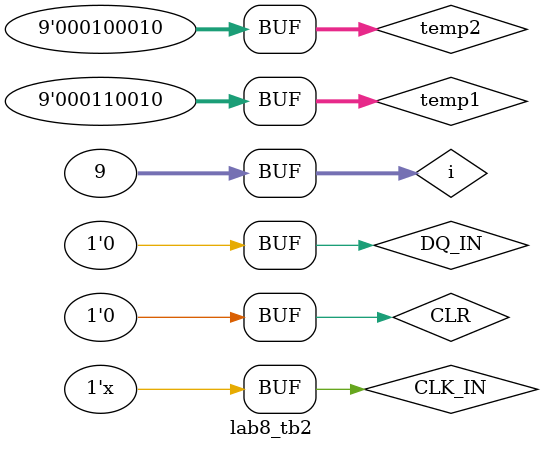
<source format=v>
`timescale 1us/100ps

module lab8_tb2;

	parameter CLK_PERIOD = 1000;  // 1000us = 1ms period = 1kHz freq

	// inputs
	reg CLR = 1'b0;
	reg DQ_IN;
	reg CLK_IN = 1'b1;
	wire [8:0] temp1 = 9'b000110010;  // 25*C with 0 LSB for .0 decimal
	wire [8:0] temp2 = 9'b000100010;  // 17*C with 0 LSB for .0 decimal

	// outputs
	wire CLK_OUT;
	wire RST;
	wire TRI_EN;
	wire DQ_OUT;
	wire [7:0] TEMP;
	integer i;  // for loop counter

	// CLK_IN
	always #((CLK_PERIOD / 2)) CLK_IN = ~CLK_IN;  // toggle CLK_IN every half period for 50% duty cycle

	// unit under test
	DS1620_INTERFACE UUT (
		.CLR(CLR), .CLK_IN(CLK_IN), .DQ_IN(DQ_IN),
		.CLK_OUT(CLK_OUT), .RST(RST), .TRI_EN(TRI_EN),
		.DQ_OUT(DQ_OUT), .TEMP(TEMP)
	);

	initial begin
		// set CLR to logic 1 for one clock cycle
		CLR = 1'b1;
		#(CLK_PERIOD);
		// drive CLR to logic 0
		CLR = 1'b0;
		// start of first 31 cycle waveform
		#(9*CLK_PERIOD);
		#(CLK_PERIOD / 2);  // align with falling edge
		for (i = 0; i < 9; i = i + 1) begin
			DQ_IN = temp1[i];  // set DQ_IN with bit of input temp
			#(CLK_PERIOD);     // delay one clock cycle until next read
		end
		#(CLK_PERIOD / 2);  // align with rising edge
		#(12*CLK_PERIOD);   // finish
		// start of second 31 cycle waveform
		#(9*CLK_PERIOD);
		#(CLK_PERIOD / 2);  // align with falling edge
		for (i = 0; i < 9; i = i + 1) begin
			DQ_IN = temp2[i];  // set DQ_IN with bit of input temp
			#(CLK_PERIOD);     // delay one clock cycle until next read
		end
		#(CLK_PERIOD / 2);  // align with rising edge
		#(12*CLK_PERIOD);   // finish
	end

endmodule

</source>
